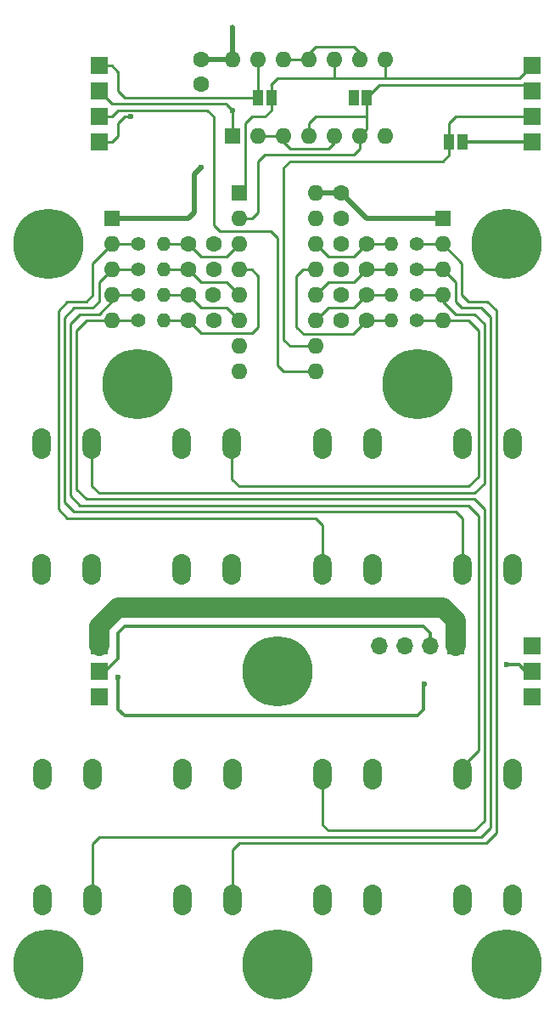
<source format=gtl>
G04 #@! TF.GenerationSoftware,KiCad,Pcbnew,6.0.4+dfsg-1+b1*
G04 #@! TF.CreationDate,2022-05-03T02:32:59+03:00*
G04 #@! TF.ProjectId,yatabaza-keyboard,79617461-6261-47a6-912d-6b6579626f61,rev?*
G04 #@! TF.SameCoordinates,Original*
G04 #@! TF.FileFunction,Copper,L1,Top*
G04 #@! TF.FilePolarity,Positive*
%FSLAX46Y46*%
G04 Gerber Fmt 4.6, Leading zero omitted, Abs format (unit mm)*
G04 Created by KiCad (PCBNEW 6.0.4+dfsg-1+b1) date 2022-05-03 02:32:59*
%MOMM*%
%LPD*%
G01*
G04 APERTURE LIST*
G04 #@! TA.AperFunction,ComponentPad*
%ADD10C,1.600000*%
G04 #@! TD*
G04 #@! TA.AperFunction,SMDPad,CuDef*
%ADD11R,1.000000X1.500000*%
G04 #@! TD*
G04 #@! TA.AperFunction,ConnectorPad*
%ADD12R,1.700000X1.700000*%
G04 #@! TD*
G04 #@! TA.AperFunction,ComponentPad*
%ADD13C,7.000000*%
G04 #@! TD*
G04 #@! TA.AperFunction,ComponentPad*
%ADD14C,1.400000*%
G04 #@! TD*
G04 #@! TA.AperFunction,ComponentPad*
%ADD15O,1.400000X1.400000*%
G04 #@! TD*
G04 #@! TA.AperFunction,ComponentPad*
%ADD16O,1.850000X3.048000*%
G04 #@! TD*
G04 #@! TA.AperFunction,ComponentPad*
%ADD17R,1.600000X1.600000*%
G04 #@! TD*
G04 #@! TA.AperFunction,ComponentPad*
%ADD18O,1.600000X1.600000*%
G04 #@! TD*
G04 #@! TA.AperFunction,ComponentPad*
%ADD19R,1.700000X1.700000*%
G04 #@! TD*
G04 #@! TA.AperFunction,ComponentPad*
%ADD20O,1.700000X1.700000*%
G04 #@! TD*
G04 #@! TA.AperFunction,ViaPad*
%ADD21C,0.600000*%
G04 #@! TD*
G04 #@! TA.AperFunction,Conductor*
%ADD22C,0.250000*%
G04 #@! TD*
G04 #@! TA.AperFunction,Conductor*
%ADD23C,0.500000*%
G04 #@! TD*
G04 #@! TA.AperFunction,Conductor*
%ADD24C,0.375000*%
G04 #@! TD*
G04 #@! TA.AperFunction,Conductor*
%ADD25C,2.000000*%
G04 #@! TD*
G04 APERTURE END LIST*
D10*
X57130000Y-48260000D03*
X54630000Y-48260000D03*
X57130000Y-45720000D03*
X54630000Y-45720000D03*
X57130000Y-50800000D03*
X54630000Y-50800000D03*
X57130000Y-43180000D03*
X54630000Y-43180000D03*
X39390000Y-43180000D03*
X41890000Y-43180000D03*
X39390000Y-50800000D03*
X41890000Y-50800000D03*
X39410000Y-45720000D03*
X41910000Y-45720000D03*
X39370000Y-48260000D03*
X41870000Y-48260000D03*
X54610000Y-38100000D03*
X54610000Y-40600000D03*
D11*
X66705000Y-33020000D03*
X65405000Y-33020000D03*
D12*
X30480000Y-25400000D03*
X30480000Y-27940000D03*
X30480000Y-30480000D03*
X30480000Y-33020000D03*
X73660000Y-25400000D03*
X73660000Y-27940000D03*
X73660000Y-30480000D03*
X73660000Y-33020000D03*
D13*
X71120000Y-114935000D03*
X25400000Y-114935000D03*
X71120000Y-43180000D03*
X25400000Y-43180000D03*
D14*
X62180000Y-48260000D03*
D15*
X59640000Y-48260000D03*
D14*
X62180000Y-45720000D03*
D15*
X59640000Y-45720000D03*
D14*
X62180000Y-50800000D03*
D15*
X59640000Y-50800000D03*
D14*
X62180000Y-43180000D03*
D15*
X59640000Y-43180000D03*
D14*
X34340000Y-43180000D03*
D15*
X36880000Y-43180000D03*
D14*
X34340000Y-50800000D03*
D15*
X36880000Y-50800000D03*
D14*
X34340000Y-45720000D03*
D15*
X36880000Y-45720000D03*
D14*
X34340000Y-48260000D03*
D15*
X36880000Y-48260000D03*
D16*
X24765000Y-75565000D03*
X24765000Y-63065000D03*
X29765000Y-63065000D03*
X29765000Y-75565000D03*
X24805000Y-108475000D03*
X24805000Y-95975000D03*
X29805000Y-108475000D03*
X29805000Y-95975000D03*
X38735000Y-75565000D03*
X38735000Y-63065000D03*
X43735000Y-63065000D03*
X43735000Y-75565000D03*
X38775000Y-108475000D03*
X38775000Y-95975000D03*
X43775000Y-108475000D03*
X43775000Y-95975000D03*
X57785000Y-63065000D03*
X57785000Y-75565000D03*
X52785000Y-75565000D03*
X52785000Y-63065000D03*
X57785000Y-108475000D03*
X57785000Y-95975000D03*
X52785000Y-95975000D03*
X52785000Y-108475000D03*
X71715000Y-75565000D03*
X71715000Y-63065000D03*
X66715000Y-75565000D03*
X66715000Y-63065000D03*
X71755000Y-108475000D03*
X71755000Y-95975000D03*
X66755000Y-95975000D03*
X66755000Y-108475000D03*
D17*
X44450000Y-38100000D03*
D18*
X44450000Y-40640000D03*
X44450000Y-43180000D03*
X44450000Y-45720000D03*
X44450000Y-48260000D03*
X44450000Y-50800000D03*
X44450000Y-53340000D03*
X44450000Y-55880000D03*
X52070000Y-55880000D03*
X52070000Y-53340000D03*
X52070000Y-50800000D03*
X52070000Y-48260000D03*
X52070000Y-45720000D03*
X52070000Y-43180000D03*
X52070000Y-40640000D03*
X52070000Y-38100000D03*
D12*
X73660000Y-83185000D03*
X73660000Y-85725000D03*
X73660000Y-88265000D03*
D11*
X46340000Y-28575000D03*
X47640000Y-28575000D03*
D13*
X34290000Y-57150000D03*
D11*
X55865000Y-28575000D03*
X57165000Y-28575000D03*
D17*
X31750000Y-40640000D03*
D18*
X31750000Y-43180000D03*
X31750000Y-45720000D03*
X31750000Y-48260000D03*
X31750000Y-50800000D03*
D12*
X30480000Y-83185000D03*
X30480000Y-85725000D03*
X30480000Y-88265000D03*
D17*
X43810000Y-32375000D03*
D18*
X46350000Y-32375000D03*
X48890000Y-32375000D03*
X51430000Y-32375000D03*
X53970000Y-32375000D03*
X56510000Y-32375000D03*
X59050000Y-32375000D03*
X59050000Y-24755000D03*
X56510000Y-24755000D03*
X53970000Y-24755000D03*
X51430000Y-24755000D03*
X48890000Y-24755000D03*
X46350000Y-24755000D03*
X43810000Y-24755000D03*
D13*
X48260000Y-85725000D03*
X62230000Y-57150000D03*
D17*
X64770000Y-40640000D03*
D18*
X64770000Y-43180000D03*
X64770000Y-45720000D03*
X64770000Y-48260000D03*
X64770000Y-50800000D03*
D10*
X40640000Y-24765000D03*
X40640000Y-27265000D03*
D13*
X48260000Y-114935000D03*
D19*
X66030000Y-83185000D03*
D20*
X63490000Y-83185000D03*
X60950000Y-83185000D03*
X58410000Y-83185000D03*
D21*
X73160000Y-87765000D03*
X74160000Y-88765000D03*
X30980000Y-88765000D03*
X30980000Y-87765000D03*
X29980000Y-88765000D03*
X29980000Y-87765000D03*
X74160000Y-87765000D03*
X73160000Y-88765000D03*
X40640000Y-35560000D03*
X43810000Y-21595000D03*
X33655000Y-30480000D03*
X66690000Y-33020000D03*
X55865000Y-28575000D03*
X43810000Y-29850000D03*
X71120000Y-85090000D03*
X74160000Y-83685000D03*
X30980000Y-83685000D03*
X29980000Y-82685000D03*
X73160000Y-83685000D03*
X74160000Y-82685000D03*
X30980000Y-82685000D03*
X73160000Y-82685000D03*
X29980000Y-83685000D03*
X32385000Y-86360000D03*
X62880000Y-86995000D03*
D22*
X55880000Y-49530000D02*
X55880000Y-49510000D01*
X55880000Y-49510000D02*
X57130000Y-48260000D01*
X57130000Y-48260000D02*
X59640000Y-48260000D01*
X52070000Y-50800000D02*
X53340000Y-49530000D01*
X53340000Y-49530000D02*
X55880000Y-49530000D01*
X53340000Y-46990000D02*
X55860000Y-46990000D01*
X57130000Y-45720000D02*
X59640000Y-45720000D01*
X55860000Y-46990000D02*
X57130000Y-45720000D01*
X52070000Y-48260000D02*
X53340000Y-46990000D01*
X50882989Y-52152989D02*
X50165000Y-51435000D01*
X57130000Y-50800000D02*
X59640000Y-50800000D01*
X55777011Y-52152989D02*
X50882989Y-52152989D01*
X57130000Y-50800000D02*
X55777011Y-52152989D01*
X50800000Y-45720000D02*
X52070000Y-45720000D01*
X50165000Y-46355000D02*
X50800000Y-45720000D01*
X50165000Y-51435000D02*
X50165000Y-46355000D01*
X53340000Y-44450000D02*
X55860000Y-44450000D01*
X52070000Y-43180000D02*
X53340000Y-44450000D01*
X55860000Y-44450000D02*
X57130000Y-43180000D01*
X57130000Y-43180000D02*
X59640000Y-43180000D01*
X40660000Y-44450000D02*
X39390000Y-43180000D01*
X44450000Y-43180000D02*
X43180000Y-44450000D01*
X43180000Y-44450000D02*
X40660000Y-44450000D01*
X36880000Y-43180000D02*
X39390000Y-43180000D01*
X36880000Y-50800000D02*
X39390000Y-50800000D01*
X40640000Y-52050000D02*
X40640000Y-52070000D01*
X40640000Y-52070000D02*
X45720000Y-52070000D01*
X45720000Y-45720000D02*
X44450000Y-45720000D01*
X39390000Y-50800000D02*
X40640000Y-52050000D01*
X46355000Y-51435000D02*
X46355000Y-46355000D01*
X45720000Y-52070000D02*
X46355000Y-51435000D01*
X46355000Y-46355000D02*
X45720000Y-45720000D01*
X44450000Y-48260000D02*
X43180000Y-46990000D01*
X40680000Y-46990000D02*
X39410000Y-45720000D01*
X43180000Y-46990000D02*
X40680000Y-46990000D01*
X36880000Y-45720000D02*
X39410000Y-45720000D01*
X43180000Y-49530000D02*
X40640000Y-49530000D01*
X36880000Y-48260000D02*
X39370000Y-48260000D01*
X44450000Y-50800000D02*
X43180000Y-49530000D01*
X39370000Y-48260000D02*
X40640000Y-49530000D01*
D23*
X39370000Y-40640000D02*
X31750000Y-40640000D01*
X54610000Y-38100000D02*
X57150000Y-40640000D01*
X43800000Y-24765000D02*
X43810000Y-24755000D01*
X40005000Y-36195000D02*
X40005000Y-40005000D01*
X57150000Y-40640000D02*
X64770000Y-40640000D01*
X43815000Y-22850000D02*
X43810000Y-22855000D01*
X52070000Y-38100000D02*
X54610000Y-38100000D01*
X43815000Y-21590000D02*
X43810000Y-21595000D01*
X43815000Y-21590000D02*
X43815000Y-22850000D01*
X43810000Y-24755000D02*
X43810000Y-22855000D01*
X40640000Y-35560000D02*
X40005000Y-36195000D01*
X40005000Y-40005000D02*
X39370000Y-40640000D01*
X40640000Y-24765000D02*
X43800000Y-24765000D01*
D22*
X45085000Y-28575000D02*
X33020000Y-28575000D01*
X32385000Y-27940000D02*
X32385000Y-26035000D01*
X45085000Y-28560000D02*
X45085000Y-28575000D01*
X45100000Y-28575000D02*
X46340000Y-28575000D01*
X46350000Y-24755000D02*
X46350000Y-28565000D01*
X32385000Y-26035000D02*
X31750000Y-25400000D01*
X31750000Y-25400000D02*
X30480000Y-25400000D01*
X33020000Y-28575000D02*
X32385000Y-27940000D01*
X45085000Y-28560000D02*
X45100000Y-28575000D01*
X32385000Y-31115000D02*
X32385000Y-32385000D01*
X32385000Y-32385000D02*
X31750000Y-33020000D01*
D24*
X66705000Y-33020000D02*
X73660000Y-33020000D01*
D22*
X33655000Y-30480000D02*
X33020000Y-30480000D01*
X33020000Y-30480000D02*
X32385000Y-31115000D01*
X31750000Y-33020000D02*
X30480000Y-33020000D01*
X43810000Y-32375000D02*
X43810000Y-29850000D01*
X43180000Y-29210000D02*
X31750000Y-29210000D01*
X31750000Y-29210000D02*
X30480000Y-27940000D01*
X43810000Y-29850000D02*
X43180000Y-29220000D01*
X43180000Y-29220000D02*
X43180000Y-29210000D01*
X66040000Y-30480000D02*
X73660000Y-30480000D01*
X48895000Y-35560000D02*
X49530000Y-34925000D01*
X65405000Y-31115000D02*
X66040000Y-30480000D01*
X52070000Y-53340000D02*
X49530000Y-53340000D01*
X65405000Y-33020000D02*
X65405000Y-31115000D01*
X49530000Y-53340000D02*
X48895000Y-52705000D01*
X64770000Y-34925000D02*
X65405000Y-34290000D01*
X65405000Y-34290000D02*
X65405000Y-33020000D01*
X49530000Y-34925000D02*
X64770000Y-34925000D01*
X48895000Y-52705000D02*
X48895000Y-35560000D01*
X46990000Y-30480000D02*
X47640000Y-29830000D01*
X47640000Y-27320000D02*
X47640000Y-28575000D01*
X72390000Y-26670000D02*
X73660000Y-25400000D01*
X47640000Y-29830000D02*
X47640000Y-28575000D01*
X45720000Y-30480000D02*
X46990000Y-30480000D01*
X46355000Y-30480000D02*
X46990000Y-30480000D01*
X53975000Y-26670000D02*
X53970000Y-26665000D01*
X47625000Y-27305000D02*
X47640000Y-27320000D01*
X54610000Y-26670000D02*
X72390000Y-26670000D01*
X59050000Y-26030000D02*
X59050000Y-24755000D01*
X48260000Y-26670000D02*
X47625000Y-27305000D01*
X45085000Y-37465000D02*
X45085000Y-31115000D01*
X45085000Y-31115000D02*
X45720000Y-30480000D01*
X59050000Y-26030000D02*
X59055000Y-26035000D01*
X45720000Y-30480000D02*
X46355000Y-30480000D01*
X53970000Y-26665000D02*
X53970000Y-24755000D01*
X53975000Y-26670000D02*
X54610000Y-26670000D01*
X59055000Y-26035000D02*
X59055000Y-26670000D01*
X54610000Y-26670000D02*
X48260000Y-26670000D01*
X51430000Y-31120000D02*
X52077500Y-30472500D01*
X46355000Y-40005000D02*
X45720000Y-40640000D01*
X57165000Y-31720000D02*
X56510000Y-32375000D01*
X51430000Y-32375000D02*
X51430000Y-31120000D01*
X56510000Y-33650000D02*
X56515000Y-33655000D01*
X58420000Y-27305000D02*
X73025000Y-27305000D01*
X45720000Y-40640000D02*
X44450000Y-40640000D01*
X52077500Y-30472500D02*
X57142500Y-30472500D01*
X57165000Y-28560000D02*
X58420000Y-27305000D01*
X56515000Y-33655000D02*
X55880000Y-34290000D01*
X57165000Y-28575000D02*
X57165000Y-31720000D01*
X56510000Y-32375000D02*
X56510000Y-33650000D01*
X55880000Y-34290000D02*
X46990000Y-34290000D01*
X46990000Y-34290000D02*
X46355000Y-34925000D01*
X46355000Y-34925000D02*
X46355000Y-40005000D01*
X57150000Y-30480000D02*
X57142500Y-30472500D01*
D24*
X32385000Y-81915000D02*
X33020000Y-81280000D01*
X33020000Y-81280000D02*
X62865000Y-81280000D01*
X62865000Y-81280000D02*
X63500000Y-81915000D01*
X32385000Y-84455000D02*
X32385000Y-81915000D01*
X30480000Y-85725000D02*
X31115000Y-85725000D01*
X63490000Y-81925000D02*
X63490000Y-83185000D01*
X31115000Y-85725000D02*
X32385000Y-84455000D01*
X63500000Y-81915000D02*
X63490000Y-81925000D01*
D22*
X41275000Y-29845000D02*
X41910000Y-30480000D01*
X30480000Y-30480000D02*
X31750000Y-30480000D01*
X48260000Y-42545000D02*
X47625000Y-41910000D01*
X48895000Y-55880000D02*
X48260000Y-55245000D01*
X52070000Y-55880000D02*
X48895000Y-55880000D01*
X31750000Y-30480000D02*
X32385000Y-29845000D01*
X41910000Y-41275000D02*
X42545000Y-41910000D01*
X41910000Y-30480000D02*
X41910000Y-41275000D01*
X42545000Y-41910000D02*
X47625000Y-41910000D01*
X32385000Y-29845000D02*
X41275000Y-29845000D01*
X48260000Y-55245000D02*
X48260000Y-42545000D01*
D24*
X72390000Y-85090000D02*
X71120000Y-85090000D01*
X73660000Y-85725000D02*
X73025000Y-85725000D01*
X73025000Y-85725000D02*
X72390000Y-85090000D01*
D22*
X55880000Y-23495000D02*
X52070000Y-23495000D01*
X52070000Y-23495000D02*
X51430000Y-24135000D01*
X56510000Y-24125000D02*
X55880000Y-23495000D01*
X48890000Y-24755000D02*
X51430000Y-24755000D01*
D25*
X66030000Y-83185000D02*
X66030000Y-80635000D01*
X66030000Y-80635000D02*
X64770000Y-79375000D01*
X30480000Y-81280000D02*
X30480000Y-83185000D01*
X32385000Y-79375000D02*
X30480000Y-81280000D01*
X64770000Y-79375000D02*
X32385000Y-79375000D01*
D22*
X68897500Y-66992500D02*
X68897500Y-51117500D01*
X30480000Y-67945000D02*
X67945000Y-67945000D01*
X66040000Y-50165000D02*
X64770000Y-48895000D01*
X29765000Y-67230000D02*
X30480000Y-67945000D01*
X67945000Y-67945000D02*
X68897500Y-66992500D01*
X67945000Y-50165000D02*
X66040000Y-50165000D01*
X62180000Y-48260000D02*
X64770000Y-48260000D01*
X29765000Y-63065000D02*
X29765000Y-67230000D01*
X68897500Y-51117500D02*
X67945000Y-50165000D01*
X66040000Y-48895000D02*
X66040000Y-46990000D01*
X66675000Y-49530000D02*
X66040000Y-48895000D01*
X29805000Y-108475000D02*
X29805000Y-102910000D01*
X69500000Y-101315000D02*
X69500000Y-50450000D01*
X69500000Y-50450000D02*
X68580000Y-49530000D01*
X29805000Y-102910000D02*
X30480000Y-102235000D01*
X62180000Y-45720000D02*
X64770000Y-45720000D01*
X66675000Y-49530000D02*
X68580000Y-49530000D01*
X68580000Y-102235000D02*
X69500000Y-101315000D01*
X66040000Y-46990000D02*
X64770000Y-45720000D01*
X30480000Y-102235000D02*
X68580000Y-102235000D01*
D24*
X62865000Y-89535000D02*
X62230000Y-90170000D01*
X62230000Y-90170000D02*
X33020000Y-90170000D01*
X62865000Y-86995000D02*
X62865000Y-89535000D01*
X33020000Y-90170000D02*
X32385000Y-89535000D01*
X62880000Y-86995000D02*
X62865000Y-86995000D01*
X32385000Y-89535000D02*
X32385000Y-86360000D01*
D22*
X48890000Y-33015000D02*
X49530000Y-33655000D01*
X46350000Y-32375000D02*
X48890000Y-32375000D01*
X49530000Y-33655000D02*
X53340000Y-33655000D01*
X53340000Y-33655000D02*
X53970000Y-33025000D01*
X67310000Y-67310000D02*
X68300000Y-66320000D01*
X68300000Y-66320000D02*
X68300000Y-51790000D01*
X62180000Y-50800000D02*
X67310000Y-50800000D01*
X44450000Y-67310000D02*
X43735000Y-66595000D01*
X43735000Y-63065000D02*
X43735000Y-66595000D01*
X44450000Y-67310000D02*
X67310000Y-67310000D01*
X67310000Y-50800000D02*
X68300000Y-51790000D01*
X43775000Y-103545000D02*
X43775000Y-108475000D01*
X70100000Y-101850000D02*
X69080000Y-102870000D01*
X62180000Y-43180000D02*
X64770000Y-43180000D01*
X70100000Y-49780000D02*
X70100000Y-101850000D01*
X69215000Y-48895000D02*
X70100000Y-49780000D01*
X66675000Y-48260000D02*
X67310000Y-48895000D01*
X44450000Y-102870000D02*
X43775000Y-103545000D01*
X64770000Y-43180000D02*
X66675000Y-45085000D01*
X69080000Y-102870000D02*
X44450000Y-102870000D01*
X67310000Y-48895000D02*
X69215000Y-48895000D01*
X66675000Y-45085000D02*
X66675000Y-48260000D01*
X52785000Y-75565000D02*
X52785000Y-71200000D01*
X29845000Y-45085000D02*
X31750000Y-43180000D01*
X26400000Y-49800000D02*
X27305000Y-48895000D01*
X26400001Y-69580001D02*
X26400000Y-49800000D01*
X52785000Y-71200000D02*
X52070000Y-70485000D01*
X52070000Y-70485000D02*
X27305000Y-70485000D01*
X29845000Y-48260000D02*
X29845000Y-45085000D01*
X29210000Y-48895000D02*
X29845000Y-48260000D01*
X27305000Y-70485000D02*
X26400001Y-69580001D01*
X27305000Y-48895000D02*
X29210000Y-48895000D01*
X31750000Y-43180000D02*
X34340000Y-43180000D01*
X28200000Y-51810000D02*
X28200000Y-67570000D01*
X29210000Y-50800000D02*
X28200000Y-51810000D01*
X34340000Y-50800000D02*
X29210000Y-50800000D01*
X28200000Y-67570000D02*
X29210000Y-68580000D01*
X68897500Y-69532500D02*
X68897500Y-100647500D01*
X53340000Y-101600000D02*
X52785000Y-101045000D01*
X67945000Y-68580000D02*
X68897500Y-69532500D01*
X68897500Y-100647500D02*
X67945000Y-101600000D01*
X29210000Y-68580000D02*
X67945000Y-68580000D01*
X52785000Y-101045000D02*
X52785000Y-95975000D01*
X67945000Y-101600000D02*
X53340000Y-101600000D01*
X30480000Y-46990000D02*
X31750000Y-45720000D01*
X66040000Y-69850000D02*
X27940000Y-69850000D01*
X27000000Y-50470000D02*
X27940000Y-49530000D01*
X31750000Y-45720000D02*
X34340000Y-45720000D01*
X66715000Y-70525000D02*
X66040000Y-69850000D01*
X27000000Y-68910000D02*
X27000000Y-50470000D01*
X27940000Y-49530000D02*
X29845000Y-49530000D01*
X66715000Y-75565000D02*
X66715000Y-70525000D01*
X30480000Y-48895000D02*
X30480000Y-46990000D01*
X27940000Y-69850000D02*
X27000000Y-68910000D01*
X29845000Y-49530000D02*
X30480000Y-48895000D01*
X28575000Y-69215000D02*
X27600000Y-68240000D01*
X68300000Y-93625000D02*
X68300000Y-70205000D01*
X30480000Y-50165000D02*
X32385000Y-48260000D01*
X67310000Y-69215000D02*
X28575000Y-69215000D01*
X68300000Y-70205000D02*
X67310000Y-69215000D01*
X28575000Y-50165000D02*
X30480000Y-50165000D01*
X27600000Y-51140000D02*
X28575000Y-50165000D01*
X66755000Y-95170000D02*
X68300000Y-93625000D01*
X27600000Y-68240000D02*
X27600000Y-51140000D01*
X32385000Y-48260000D02*
X34340000Y-48260000D01*
M02*

</source>
